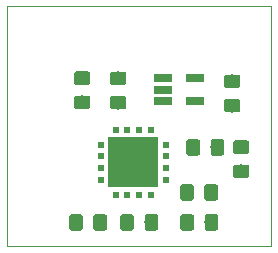
<source format=gbr>
G04 #@! TF.GenerationSoftware,KiCad,Pcbnew,5.0.0-fee4fd1~66~ubuntu16.04.1*
G04 #@! TF.CreationDate,2018-10-28T21:05:27-03:00*
G04 #@! TF.ProjectId,MMA7361,4D4D41373336312E6B696361645F7063,rev?*
G04 #@! TF.SameCoordinates,Original*
G04 #@! TF.FileFunction,Paste,Top*
G04 #@! TF.FilePolarity,Positive*
%FSLAX46Y46*%
G04 Gerber Fmt 4.6, Leading zero omitted, Abs format (unit mm)*
G04 Created by KiCad (PCBNEW 5.0.0-fee4fd1~66~ubuntu16.04.1) date Sun Oct 28 21:05:27 2018*
%MOMM*%
%LPD*%
G01*
G04 APERTURE LIST*
%ADD10C,0.100000*%
%ADD11R,4.250000X4.250000*%
%ADD12R,0.500000X0.550000*%
%ADD13R,0.550000X0.500000*%
%ADD14C,1.150000*%
%ADD15R,1.560000X0.650000*%
G04 APERTURE END LIST*
D10*
X142494000Y-98806000D02*
X142494000Y-78486000D01*
X164846000Y-98806000D02*
X142494000Y-98806000D01*
X164846000Y-78486000D02*
X164846000Y-98806000D01*
X142494000Y-78486000D02*
X164846000Y-78486000D01*
D11*
G04 #@! TO.C,U2*
X153162000Y-91694000D03*
D12*
X151662000Y-94444000D03*
X152662000Y-94444000D03*
X153662000Y-94444000D03*
X154662000Y-94444000D03*
D13*
X155912000Y-93194000D03*
X155912000Y-92194000D03*
X155912000Y-91194000D03*
X155912000Y-90194000D03*
D12*
X154662000Y-88944000D03*
X153662000Y-88944000D03*
X152662000Y-88944000D03*
X151662000Y-88944000D03*
D13*
X150412000Y-90194000D03*
X150412000Y-91194000D03*
X150412000Y-92194000D03*
X150412000Y-93194000D03*
G04 #@! TD*
D10*
G04 #@! TO.C,C7*
G36*
X158065505Y-93535204D02*
X158089773Y-93538804D01*
X158113572Y-93544765D01*
X158136671Y-93553030D01*
X158158850Y-93563520D01*
X158179893Y-93576132D01*
X158199599Y-93590747D01*
X158217777Y-93607223D01*
X158234253Y-93625401D01*
X158248868Y-93645107D01*
X158261480Y-93666150D01*
X158271970Y-93688329D01*
X158280235Y-93711428D01*
X158286196Y-93735227D01*
X158289796Y-93759495D01*
X158291000Y-93783999D01*
X158291000Y-94684001D01*
X158289796Y-94708505D01*
X158286196Y-94732773D01*
X158280235Y-94756572D01*
X158271970Y-94779671D01*
X158261480Y-94801850D01*
X158248868Y-94822893D01*
X158234253Y-94842599D01*
X158217777Y-94860777D01*
X158199599Y-94877253D01*
X158179893Y-94891868D01*
X158158850Y-94904480D01*
X158136671Y-94914970D01*
X158113572Y-94923235D01*
X158089773Y-94929196D01*
X158065505Y-94932796D01*
X158041001Y-94934000D01*
X157390999Y-94934000D01*
X157366495Y-94932796D01*
X157342227Y-94929196D01*
X157318428Y-94923235D01*
X157295329Y-94914970D01*
X157273150Y-94904480D01*
X157252107Y-94891868D01*
X157232401Y-94877253D01*
X157214223Y-94860777D01*
X157197747Y-94842599D01*
X157183132Y-94822893D01*
X157170520Y-94801850D01*
X157160030Y-94779671D01*
X157151765Y-94756572D01*
X157145804Y-94732773D01*
X157142204Y-94708505D01*
X157141000Y-94684001D01*
X157141000Y-93783999D01*
X157142204Y-93759495D01*
X157145804Y-93735227D01*
X157151765Y-93711428D01*
X157160030Y-93688329D01*
X157170520Y-93666150D01*
X157183132Y-93645107D01*
X157197747Y-93625401D01*
X157214223Y-93607223D01*
X157232401Y-93590747D01*
X157252107Y-93576132D01*
X157273150Y-93563520D01*
X157295329Y-93553030D01*
X157318428Y-93544765D01*
X157342227Y-93538804D01*
X157366495Y-93535204D01*
X157390999Y-93534000D01*
X158041001Y-93534000D01*
X158065505Y-93535204D01*
X158065505Y-93535204D01*
G37*
D14*
X157716000Y-94234000D03*
D10*
G36*
X160115505Y-93535204D02*
X160139773Y-93538804D01*
X160163572Y-93544765D01*
X160186671Y-93553030D01*
X160208850Y-93563520D01*
X160229893Y-93576132D01*
X160249599Y-93590747D01*
X160267777Y-93607223D01*
X160284253Y-93625401D01*
X160298868Y-93645107D01*
X160311480Y-93666150D01*
X160321970Y-93688329D01*
X160330235Y-93711428D01*
X160336196Y-93735227D01*
X160339796Y-93759495D01*
X160341000Y-93783999D01*
X160341000Y-94684001D01*
X160339796Y-94708505D01*
X160336196Y-94732773D01*
X160330235Y-94756572D01*
X160321970Y-94779671D01*
X160311480Y-94801850D01*
X160298868Y-94822893D01*
X160284253Y-94842599D01*
X160267777Y-94860777D01*
X160249599Y-94877253D01*
X160229893Y-94891868D01*
X160208850Y-94904480D01*
X160186671Y-94914970D01*
X160163572Y-94923235D01*
X160139773Y-94929196D01*
X160115505Y-94932796D01*
X160091001Y-94934000D01*
X159440999Y-94934000D01*
X159416495Y-94932796D01*
X159392227Y-94929196D01*
X159368428Y-94923235D01*
X159345329Y-94914970D01*
X159323150Y-94904480D01*
X159302107Y-94891868D01*
X159282401Y-94877253D01*
X159264223Y-94860777D01*
X159247747Y-94842599D01*
X159233132Y-94822893D01*
X159220520Y-94801850D01*
X159210030Y-94779671D01*
X159201765Y-94756572D01*
X159195804Y-94732773D01*
X159192204Y-94708505D01*
X159191000Y-94684001D01*
X159191000Y-93783999D01*
X159192204Y-93759495D01*
X159195804Y-93735227D01*
X159201765Y-93711428D01*
X159210030Y-93688329D01*
X159220520Y-93666150D01*
X159233132Y-93645107D01*
X159247747Y-93625401D01*
X159264223Y-93607223D01*
X159282401Y-93590747D01*
X159302107Y-93576132D01*
X159323150Y-93563520D01*
X159345329Y-93553030D01*
X159368428Y-93544765D01*
X159392227Y-93538804D01*
X159416495Y-93535204D01*
X159440999Y-93534000D01*
X160091001Y-93534000D01*
X160115505Y-93535204D01*
X160115505Y-93535204D01*
G37*
D14*
X159766000Y-94234000D03*
G04 #@! TD*
D10*
G04 #@! TO.C,C6*
G36*
X160641505Y-89725204D02*
X160665773Y-89728804D01*
X160689572Y-89734765D01*
X160712671Y-89743030D01*
X160734850Y-89753520D01*
X160755893Y-89766132D01*
X160775599Y-89780747D01*
X160793777Y-89797223D01*
X160810253Y-89815401D01*
X160824868Y-89835107D01*
X160837480Y-89856150D01*
X160847970Y-89878329D01*
X160856235Y-89901428D01*
X160862196Y-89925227D01*
X160865796Y-89949495D01*
X160867000Y-89973999D01*
X160867000Y-90874001D01*
X160865796Y-90898505D01*
X160862196Y-90922773D01*
X160856235Y-90946572D01*
X160847970Y-90969671D01*
X160837480Y-90991850D01*
X160824868Y-91012893D01*
X160810253Y-91032599D01*
X160793777Y-91050777D01*
X160775599Y-91067253D01*
X160755893Y-91081868D01*
X160734850Y-91094480D01*
X160712671Y-91104970D01*
X160689572Y-91113235D01*
X160665773Y-91119196D01*
X160641505Y-91122796D01*
X160617001Y-91124000D01*
X159966999Y-91124000D01*
X159942495Y-91122796D01*
X159918227Y-91119196D01*
X159894428Y-91113235D01*
X159871329Y-91104970D01*
X159849150Y-91094480D01*
X159828107Y-91081868D01*
X159808401Y-91067253D01*
X159790223Y-91050777D01*
X159773747Y-91032599D01*
X159759132Y-91012893D01*
X159746520Y-90991850D01*
X159736030Y-90969671D01*
X159727765Y-90946572D01*
X159721804Y-90922773D01*
X159718204Y-90898505D01*
X159717000Y-90874001D01*
X159717000Y-89973999D01*
X159718204Y-89949495D01*
X159721804Y-89925227D01*
X159727765Y-89901428D01*
X159736030Y-89878329D01*
X159746520Y-89856150D01*
X159759132Y-89835107D01*
X159773747Y-89815401D01*
X159790223Y-89797223D01*
X159808401Y-89780747D01*
X159828107Y-89766132D01*
X159849150Y-89753520D01*
X159871329Y-89743030D01*
X159894428Y-89734765D01*
X159918227Y-89728804D01*
X159942495Y-89725204D01*
X159966999Y-89724000D01*
X160617001Y-89724000D01*
X160641505Y-89725204D01*
X160641505Y-89725204D01*
G37*
D14*
X160292000Y-90424000D03*
D10*
G36*
X158591505Y-89725204D02*
X158615773Y-89728804D01*
X158639572Y-89734765D01*
X158662671Y-89743030D01*
X158684850Y-89753520D01*
X158705893Y-89766132D01*
X158725599Y-89780747D01*
X158743777Y-89797223D01*
X158760253Y-89815401D01*
X158774868Y-89835107D01*
X158787480Y-89856150D01*
X158797970Y-89878329D01*
X158806235Y-89901428D01*
X158812196Y-89925227D01*
X158815796Y-89949495D01*
X158817000Y-89973999D01*
X158817000Y-90874001D01*
X158815796Y-90898505D01*
X158812196Y-90922773D01*
X158806235Y-90946572D01*
X158797970Y-90969671D01*
X158787480Y-90991850D01*
X158774868Y-91012893D01*
X158760253Y-91032599D01*
X158743777Y-91050777D01*
X158725599Y-91067253D01*
X158705893Y-91081868D01*
X158684850Y-91094480D01*
X158662671Y-91104970D01*
X158639572Y-91113235D01*
X158615773Y-91119196D01*
X158591505Y-91122796D01*
X158567001Y-91124000D01*
X157916999Y-91124000D01*
X157892495Y-91122796D01*
X157868227Y-91119196D01*
X157844428Y-91113235D01*
X157821329Y-91104970D01*
X157799150Y-91094480D01*
X157778107Y-91081868D01*
X157758401Y-91067253D01*
X157740223Y-91050777D01*
X157723747Y-91032599D01*
X157709132Y-91012893D01*
X157696520Y-90991850D01*
X157686030Y-90969671D01*
X157677765Y-90946572D01*
X157671804Y-90922773D01*
X157668204Y-90898505D01*
X157667000Y-90874001D01*
X157667000Y-89973999D01*
X157668204Y-89949495D01*
X157671804Y-89925227D01*
X157677765Y-89901428D01*
X157686030Y-89878329D01*
X157696520Y-89856150D01*
X157709132Y-89835107D01*
X157723747Y-89815401D01*
X157740223Y-89797223D01*
X157758401Y-89780747D01*
X157778107Y-89766132D01*
X157799150Y-89753520D01*
X157821329Y-89743030D01*
X157844428Y-89734765D01*
X157868227Y-89728804D01*
X157892495Y-89725204D01*
X157916999Y-89724000D01*
X158567001Y-89724000D01*
X158591505Y-89725204D01*
X158591505Y-89725204D01*
G37*
D14*
X158242000Y-90424000D03*
G04 #@! TD*
D10*
G04 #@! TO.C,C5*
G36*
X155044505Y-96075204D02*
X155068773Y-96078804D01*
X155092572Y-96084765D01*
X155115671Y-96093030D01*
X155137850Y-96103520D01*
X155158893Y-96116132D01*
X155178599Y-96130747D01*
X155196777Y-96147223D01*
X155213253Y-96165401D01*
X155227868Y-96185107D01*
X155240480Y-96206150D01*
X155250970Y-96228329D01*
X155259235Y-96251428D01*
X155265196Y-96275227D01*
X155268796Y-96299495D01*
X155270000Y-96323999D01*
X155270000Y-97224001D01*
X155268796Y-97248505D01*
X155265196Y-97272773D01*
X155259235Y-97296572D01*
X155250970Y-97319671D01*
X155240480Y-97341850D01*
X155227868Y-97362893D01*
X155213253Y-97382599D01*
X155196777Y-97400777D01*
X155178599Y-97417253D01*
X155158893Y-97431868D01*
X155137850Y-97444480D01*
X155115671Y-97454970D01*
X155092572Y-97463235D01*
X155068773Y-97469196D01*
X155044505Y-97472796D01*
X155020001Y-97474000D01*
X154369999Y-97474000D01*
X154345495Y-97472796D01*
X154321227Y-97469196D01*
X154297428Y-97463235D01*
X154274329Y-97454970D01*
X154252150Y-97444480D01*
X154231107Y-97431868D01*
X154211401Y-97417253D01*
X154193223Y-97400777D01*
X154176747Y-97382599D01*
X154162132Y-97362893D01*
X154149520Y-97341850D01*
X154139030Y-97319671D01*
X154130765Y-97296572D01*
X154124804Y-97272773D01*
X154121204Y-97248505D01*
X154120000Y-97224001D01*
X154120000Y-96323999D01*
X154121204Y-96299495D01*
X154124804Y-96275227D01*
X154130765Y-96251428D01*
X154139030Y-96228329D01*
X154149520Y-96206150D01*
X154162132Y-96185107D01*
X154176747Y-96165401D01*
X154193223Y-96147223D01*
X154211401Y-96130747D01*
X154231107Y-96116132D01*
X154252150Y-96103520D01*
X154274329Y-96093030D01*
X154297428Y-96084765D01*
X154321227Y-96078804D01*
X154345495Y-96075204D01*
X154369999Y-96074000D01*
X155020001Y-96074000D01*
X155044505Y-96075204D01*
X155044505Y-96075204D01*
G37*
D14*
X154695000Y-96774000D03*
D10*
G36*
X152994505Y-96075204D02*
X153018773Y-96078804D01*
X153042572Y-96084765D01*
X153065671Y-96093030D01*
X153087850Y-96103520D01*
X153108893Y-96116132D01*
X153128599Y-96130747D01*
X153146777Y-96147223D01*
X153163253Y-96165401D01*
X153177868Y-96185107D01*
X153190480Y-96206150D01*
X153200970Y-96228329D01*
X153209235Y-96251428D01*
X153215196Y-96275227D01*
X153218796Y-96299495D01*
X153220000Y-96323999D01*
X153220000Y-97224001D01*
X153218796Y-97248505D01*
X153215196Y-97272773D01*
X153209235Y-97296572D01*
X153200970Y-97319671D01*
X153190480Y-97341850D01*
X153177868Y-97362893D01*
X153163253Y-97382599D01*
X153146777Y-97400777D01*
X153128599Y-97417253D01*
X153108893Y-97431868D01*
X153087850Y-97444480D01*
X153065671Y-97454970D01*
X153042572Y-97463235D01*
X153018773Y-97469196D01*
X152994505Y-97472796D01*
X152970001Y-97474000D01*
X152319999Y-97474000D01*
X152295495Y-97472796D01*
X152271227Y-97469196D01*
X152247428Y-97463235D01*
X152224329Y-97454970D01*
X152202150Y-97444480D01*
X152181107Y-97431868D01*
X152161401Y-97417253D01*
X152143223Y-97400777D01*
X152126747Y-97382599D01*
X152112132Y-97362893D01*
X152099520Y-97341850D01*
X152089030Y-97319671D01*
X152080765Y-97296572D01*
X152074804Y-97272773D01*
X152071204Y-97248505D01*
X152070000Y-97224001D01*
X152070000Y-96323999D01*
X152071204Y-96299495D01*
X152074804Y-96275227D01*
X152080765Y-96251428D01*
X152089030Y-96228329D01*
X152099520Y-96206150D01*
X152112132Y-96185107D01*
X152126747Y-96165401D01*
X152143223Y-96147223D01*
X152161401Y-96130747D01*
X152181107Y-96116132D01*
X152202150Y-96103520D01*
X152224329Y-96093030D01*
X152247428Y-96084765D01*
X152271227Y-96078804D01*
X152295495Y-96075204D01*
X152319999Y-96074000D01*
X152970001Y-96074000D01*
X152994505Y-96075204D01*
X152994505Y-96075204D01*
G37*
D14*
X152645000Y-96774000D03*
G04 #@! TD*
D10*
G04 #@! TO.C,C4*
G36*
X149318505Y-83990204D02*
X149342773Y-83993804D01*
X149366572Y-83999765D01*
X149389671Y-84008030D01*
X149411850Y-84018520D01*
X149432893Y-84031132D01*
X149452599Y-84045747D01*
X149470777Y-84062223D01*
X149487253Y-84080401D01*
X149501868Y-84100107D01*
X149514480Y-84121150D01*
X149524970Y-84143329D01*
X149533235Y-84166428D01*
X149539196Y-84190227D01*
X149542796Y-84214495D01*
X149544000Y-84238999D01*
X149544000Y-84889001D01*
X149542796Y-84913505D01*
X149539196Y-84937773D01*
X149533235Y-84961572D01*
X149524970Y-84984671D01*
X149514480Y-85006850D01*
X149501868Y-85027893D01*
X149487253Y-85047599D01*
X149470777Y-85065777D01*
X149452599Y-85082253D01*
X149432893Y-85096868D01*
X149411850Y-85109480D01*
X149389671Y-85119970D01*
X149366572Y-85128235D01*
X149342773Y-85134196D01*
X149318505Y-85137796D01*
X149294001Y-85139000D01*
X148393999Y-85139000D01*
X148369495Y-85137796D01*
X148345227Y-85134196D01*
X148321428Y-85128235D01*
X148298329Y-85119970D01*
X148276150Y-85109480D01*
X148255107Y-85096868D01*
X148235401Y-85082253D01*
X148217223Y-85065777D01*
X148200747Y-85047599D01*
X148186132Y-85027893D01*
X148173520Y-85006850D01*
X148163030Y-84984671D01*
X148154765Y-84961572D01*
X148148804Y-84937773D01*
X148145204Y-84913505D01*
X148144000Y-84889001D01*
X148144000Y-84238999D01*
X148145204Y-84214495D01*
X148148804Y-84190227D01*
X148154765Y-84166428D01*
X148163030Y-84143329D01*
X148173520Y-84121150D01*
X148186132Y-84100107D01*
X148200747Y-84080401D01*
X148217223Y-84062223D01*
X148235401Y-84045747D01*
X148255107Y-84031132D01*
X148276150Y-84018520D01*
X148298329Y-84008030D01*
X148321428Y-83999765D01*
X148345227Y-83993804D01*
X148369495Y-83990204D01*
X148393999Y-83989000D01*
X149294001Y-83989000D01*
X149318505Y-83990204D01*
X149318505Y-83990204D01*
G37*
D14*
X148844000Y-84564000D03*
D10*
G36*
X149318505Y-86040204D02*
X149342773Y-86043804D01*
X149366572Y-86049765D01*
X149389671Y-86058030D01*
X149411850Y-86068520D01*
X149432893Y-86081132D01*
X149452599Y-86095747D01*
X149470777Y-86112223D01*
X149487253Y-86130401D01*
X149501868Y-86150107D01*
X149514480Y-86171150D01*
X149524970Y-86193329D01*
X149533235Y-86216428D01*
X149539196Y-86240227D01*
X149542796Y-86264495D01*
X149544000Y-86288999D01*
X149544000Y-86939001D01*
X149542796Y-86963505D01*
X149539196Y-86987773D01*
X149533235Y-87011572D01*
X149524970Y-87034671D01*
X149514480Y-87056850D01*
X149501868Y-87077893D01*
X149487253Y-87097599D01*
X149470777Y-87115777D01*
X149452599Y-87132253D01*
X149432893Y-87146868D01*
X149411850Y-87159480D01*
X149389671Y-87169970D01*
X149366572Y-87178235D01*
X149342773Y-87184196D01*
X149318505Y-87187796D01*
X149294001Y-87189000D01*
X148393999Y-87189000D01*
X148369495Y-87187796D01*
X148345227Y-87184196D01*
X148321428Y-87178235D01*
X148298329Y-87169970D01*
X148276150Y-87159480D01*
X148255107Y-87146868D01*
X148235401Y-87132253D01*
X148217223Y-87115777D01*
X148200747Y-87097599D01*
X148186132Y-87077893D01*
X148173520Y-87056850D01*
X148163030Y-87034671D01*
X148154765Y-87011572D01*
X148148804Y-86987773D01*
X148145204Y-86963505D01*
X148144000Y-86939001D01*
X148144000Y-86288999D01*
X148145204Y-86264495D01*
X148148804Y-86240227D01*
X148154765Y-86216428D01*
X148163030Y-86193329D01*
X148173520Y-86171150D01*
X148186132Y-86150107D01*
X148200747Y-86130401D01*
X148217223Y-86112223D01*
X148235401Y-86095747D01*
X148255107Y-86081132D01*
X148276150Y-86068520D01*
X148298329Y-86058030D01*
X148321428Y-86049765D01*
X148345227Y-86043804D01*
X148369495Y-86040204D01*
X148393999Y-86039000D01*
X149294001Y-86039000D01*
X149318505Y-86040204D01*
X149318505Y-86040204D01*
G37*
D14*
X148844000Y-86614000D03*
G04 #@! TD*
D10*
G04 #@! TO.C,C3*
G36*
X150717505Y-96075204D02*
X150741773Y-96078804D01*
X150765572Y-96084765D01*
X150788671Y-96093030D01*
X150810850Y-96103520D01*
X150831893Y-96116132D01*
X150851599Y-96130747D01*
X150869777Y-96147223D01*
X150886253Y-96165401D01*
X150900868Y-96185107D01*
X150913480Y-96206150D01*
X150923970Y-96228329D01*
X150932235Y-96251428D01*
X150938196Y-96275227D01*
X150941796Y-96299495D01*
X150943000Y-96323999D01*
X150943000Y-97224001D01*
X150941796Y-97248505D01*
X150938196Y-97272773D01*
X150932235Y-97296572D01*
X150923970Y-97319671D01*
X150913480Y-97341850D01*
X150900868Y-97362893D01*
X150886253Y-97382599D01*
X150869777Y-97400777D01*
X150851599Y-97417253D01*
X150831893Y-97431868D01*
X150810850Y-97444480D01*
X150788671Y-97454970D01*
X150765572Y-97463235D01*
X150741773Y-97469196D01*
X150717505Y-97472796D01*
X150693001Y-97474000D01*
X150042999Y-97474000D01*
X150018495Y-97472796D01*
X149994227Y-97469196D01*
X149970428Y-97463235D01*
X149947329Y-97454970D01*
X149925150Y-97444480D01*
X149904107Y-97431868D01*
X149884401Y-97417253D01*
X149866223Y-97400777D01*
X149849747Y-97382599D01*
X149835132Y-97362893D01*
X149822520Y-97341850D01*
X149812030Y-97319671D01*
X149803765Y-97296572D01*
X149797804Y-97272773D01*
X149794204Y-97248505D01*
X149793000Y-97224001D01*
X149793000Y-96323999D01*
X149794204Y-96299495D01*
X149797804Y-96275227D01*
X149803765Y-96251428D01*
X149812030Y-96228329D01*
X149822520Y-96206150D01*
X149835132Y-96185107D01*
X149849747Y-96165401D01*
X149866223Y-96147223D01*
X149884401Y-96130747D01*
X149904107Y-96116132D01*
X149925150Y-96103520D01*
X149947329Y-96093030D01*
X149970428Y-96084765D01*
X149994227Y-96078804D01*
X150018495Y-96075204D01*
X150042999Y-96074000D01*
X150693001Y-96074000D01*
X150717505Y-96075204D01*
X150717505Y-96075204D01*
G37*
D14*
X150368000Y-96774000D03*
D10*
G36*
X148667505Y-96075204D02*
X148691773Y-96078804D01*
X148715572Y-96084765D01*
X148738671Y-96093030D01*
X148760850Y-96103520D01*
X148781893Y-96116132D01*
X148801599Y-96130747D01*
X148819777Y-96147223D01*
X148836253Y-96165401D01*
X148850868Y-96185107D01*
X148863480Y-96206150D01*
X148873970Y-96228329D01*
X148882235Y-96251428D01*
X148888196Y-96275227D01*
X148891796Y-96299495D01*
X148893000Y-96323999D01*
X148893000Y-97224001D01*
X148891796Y-97248505D01*
X148888196Y-97272773D01*
X148882235Y-97296572D01*
X148873970Y-97319671D01*
X148863480Y-97341850D01*
X148850868Y-97362893D01*
X148836253Y-97382599D01*
X148819777Y-97400777D01*
X148801599Y-97417253D01*
X148781893Y-97431868D01*
X148760850Y-97444480D01*
X148738671Y-97454970D01*
X148715572Y-97463235D01*
X148691773Y-97469196D01*
X148667505Y-97472796D01*
X148643001Y-97474000D01*
X147992999Y-97474000D01*
X147968495Y-97472796D01*
X147944227Y-97469196D01*
X147920428Y-97463235D01*
X147897329Y-97454970D01*
X147875150Y-97444480D01*
X147854107Y-97431868D01*
X147834401Y-97417253D01*
X147816223Y-97400777D01*
X147799747Y-97382599D01*
X147785132Y-97362893D01*
X147772520Y-97341850D01*
X147762030Y-97319671D01*
X147753765Y-97296572D01*
X147747804Y-97272773D01*
X147744204Y-97248505D01*
X147743000Y-97224001D01*
X147743000Y-96323999D01*
X147744204Y-96299495D01*
X147747804Y-96275227D01*
X147753765Y-96251428D01*
X147762030Y-96228329D01*
X147772520Y-96206150D01*
X147785132Y-96185107D01*
X147799747Y-96165401D01*
X147816223Y-96147223D01*
X147834401Y-96130747D01*
X147854107Y-96116132D01*
X147875150Y-96103520D01*
X147897329Y-96093030D01*
X147920428Y-96084765D01*
X147944227Y-96078804D01*
X147968495Y-96075204D01*
X147992999Y-96074000D01*
X148643001Y-96074000D01*
X148667505Y-96075204D01*
X148667505Y-96075204D01*
G37*
D14*
X148318000Y-96774000D03*
G04 #@! TD*
D10*
G04 #@! TO.C,C2*
G36*
X152366505Y-84008204D02*
X152390773Y-84011804D01*
X152414572Y-84017765D01*
X152437671Y-84026030D01*
X152459850Y-84036520D01*
X152480893Y-84049132D01*
X152500599Y-84063747D01*
X152518777Y-84080223D01*
X152535253Y-84098401D01*
X152549868Y-84118107D01*
X152562480Y-84139150D01*
X152572970Y-84161329D01*
X152581235Y-84184428D01*
X152587196Y-84208227D01*
X152590796Y-84232495D01*
X152592000Y-84256999D01*
X152592000Y-84907001D01*
X152590796Y-84931505D01*
X152587196Y-84955773D01*
X152581235Y-84979572D01*
X152572970Y-85002671D01*
X152562480Y-85024850D01*
X152549868Y-85045893D01*
X152535253Y-85065599D01*
X152518777Y-85083777D01*
X152500599Y-85100253D01*
X152480893Y-85114868D01*
X152459850Y-85127480D01*
X152437671Y-85137970D01*
X152414572Y-85146235D01*
X152390773Y-85152196D01*
X152366505Y-85155796D01*
X152342001Y-85157000D01*
X151441999Y-85157000D01*
X151417495Y-85155796D01*
X151393227Y-85152196D01*
X151369428Y-85146235D01*
X151346329Y-85137970D01*
X151324150Y-85127480D01*
X151303107Y-85114868D01*
X151283401Y-85100253D01*
X151265223Y-85083777D01*
X151248747Y-85065599D01*
X151234132Y-85045893D01*
X151221520Y-85024850D01*
X151211030Y-85002671D01*
X151202765Y-84979572D01*
X151196804Y-84955773D01*
X151193204Y-84931505D01*
X151192000Y-84907001D01*
X151192000Y-84256999D01*
X151193204Y-84232495D01*
X151196804Y-84208227D01*
X151202765Y-84184428D01*
X151211030Y-84161329D01*
X151221520Y-84139150D01*
X151234132Y-84118107D01*
X151248747Y-84098401D01*
X151265223Y-84080223D01*
X151283401Y-84063747D01*
X151303107Y-84049132D01*
X151324150Y-84036520D01*
X151346329Y-84026030D01*
X151369428Y-84017765D01*
X151393227Y-84011804D01*
X151417495Y-84008204D01*
X151441999Y-84007000D01*
X152342001Y-84007000D01*
X152366505Y-84008204D01*
X152366505Y-84008204D01*
G37*
D14*
X151892000Y-84582000D03*
D10*
G36*
X152366505Y-86058204D02*
X152390773Y-86061804D01*
X152414572Y-86067765D01*
X152437671Y-86076030D01*
X152459850Y-86086520D01*
X152480893Y-86099132D01*
X152500599Y-86113747D01*
X152518777Y-86130223D01*
X152535253Y-86148401D01*
X152549868Y-86168107D01*
X152562480Y-86189150D01*
X152572970Y-86211329D01*
X152581235Y-86234428D01*
X152587196Y-86258227D01*
X152590796Y-86282495D01*
X152592000Y-86306999D01*
X152592000Y-86957001D01*
X152590796Y-86981505D01*
X152587196Y-87005773D01*
X152581235Y-87029572D01*
X152572970Y-87052671D01*
X152562480Y-87074850D01*
X152549868Y-87095893D01*
X152535253Y-87115599D01*
X152518777Y-87133777D01*
X152500599Y-87150253D01*
X152480893Y-87164868D01*
X152459850Y-87177480D01*
X152437671Y-87187970D01*
X152414572Y-87196235D01*
X152390773Y-87202196D01*
X152366505Y-87205796D01*
X152342001Y-87207000D01*
X151441999Y-87207000D01*
X151417495Y-87205796D01*
X151393227Y-87202196D01*
X151369428Y-87196235D01*
X151346329Y-87187970D01*
X151324150Y-87177480D01*
X151303107Y-87164868D01*
X151283401Y-87150253D01*
X151265223Y-87133777D01*
X151248747Y-87115599D01*
X151234132Y-87095893D01*
X151221520Y-87074850D01*
X151211030Y-87052671D01*
X151202765Y-87029572D01*
X151196804Y-87005773D01*
X151193204Y-86981505D01*
X151192000Y-86957001D01*
X151192000Y-86306999D01*
X151193204Y-86282495D01*
X151196804Y-86258227D01*
X151202765Y-86234428D01*
X151211030Y-86211329D01*
X151221520Y-86189150D01*
X151234132Y-86168107D01*
X151248747Y-86148401D01*
X151265223Y-86130223D01*
X151283401Y-86113747D01*
X151303107Y-86099132D01*
X151324150Y-86086520D01*
X151346329Y-86076030D01*
X151369428Y-86067765D01*
X151393227Y-86061804D01*
X151417495Y-86058204D01*
X151441999Y-86057000D01*
X152342001Y-86057000D01*
X152366505Y-86058204D01*
X152366505Y-86058204D01*
G37*
D14*
X151892000Y-86632000D03*
G04 #@! TD*
D10*
G04 #@! TO.C,C1*
G36*
X160133505Y-96075204D02*
X160157773Y-96078804D01*
X160181572Y-96084765D01*
X160204671Y-96093030D01*
X160226850Y-96103520D01*
X160247893Y-96116132D01*
X160267599Y-96130747D01*
X160285777Y-96147223D01*
X160302253Y-96165401D01*
X160316868Y-96185107D01*
X160329480Y-96206150D01*
X160339970Y-96228329D01*
X160348235Y-96251428D01*
X160354196Y-96275227D01*
X160357796Y-96299495D01*
X160359000Y-96323999D01*
X160359000Y-97224001D01*
X160357796Y-97248505D01*
X160354196Y-97272773D01*
X160348235Y-97296572D01*
X160339970Y-97319671D01*
X160329480Y-97341850D01*
X160316868Y-97362893D01*
X160302253Y-97382599D01*
X160285777Y-97400777D01*
X160267599Y-97417253D01*
X160247893Y-97431868D01*
X160226850Y-97444480D01*
X160204671Y-97454970D01*
X160181572Y-97463235D01*
X160157773Y-97469196D01*
X160133505Y-97472796D01*
X160109001Y-97474000D01*
X159458999Y-97474000D01*
X159434495Y-97472796D01*
X159410227Y-97469196D01*
X159386428Y-97463235D01*
X159363329Y-97454970D01*
X159341150Y-97444480D01*
X159320107Y-97431868D01*
X159300401Y-97417253D01*
X159282223Y-97400777D01*
X159265747Y-97382599D01*
X159251132Y-97362893D01*
X159238520Y-97341850D01*
X159228030Y-97319671D01*
X159219765Y-97296572D01*
X159213804Y-97272773D01*
X159210204Y-97248505D01*
X159209000Y-97224001D01*
X159209000Y-96323999D01*
X159210204Y-96299495D01*
X159213804Y-96275227D01*
X159219765Y-96251428D01*
X159228030Y-96228329D01*
X159238520Y-96206150D01*
X159251132Y-96185107D01*
X159265747Y-96165401D01*
X159282223Y-96147223D01*
X159300401Y-96130747D01*
X159320107Y-96116132D01*
X159341150Y-96103520D01*
X159363329Y-96093030D01*
X159386428Y-96084765D01*
X159410227Y-96078804D01*
X159434495Y-96075204D01*
X159458999Y-96074000D01*
X160109001Y-96074000D01*
X160133505Y-96075204D01*
X160133505Y-96075204D01*
G37*
D14*
X159784000Y-96774000D03*
D10*
G36*
X158083505Y-96075204D02*
X158107773Y-96078804D01*
X158131572Y-96084765D01*
X158154671Y-96093030D01*
X158176850Y-96103520D01*
X158197893Y-96116132D01*
X158217599Y-96130747D01*
X158235777Y-96147223D01*
X158252253Y-96165401D01*
X158266868Y-96185107D01*
X158279480Y-96206150D01*
X158289970Y-96228329D01*
X158298235Y-96251428D01*
X158304196Y-96275227D01*
X158307796Y-96299495D01*
X158309000Y-96323999D01*
X158309000Y-97224001D01*
X158307796Y-97248505D01*
X158304196Y-97272773D01*
X158298235Y-97296572D01*
X158289970Y-97319671D01*
X158279480Y-97341850D01*
X158266868Y-97362893D01*
X158252253Y-97382599D01*
X158235777Y-97400777D01*
X158217599Y-97417253D01*
X158197893Y-97431868D01*
X158176850Y-97444480D01*
X158154671Y-97454970D01*
X158131572Y-97463235D01*
X158107773Y-97469196D01*
X158083505Y-97472796D01*
X158059001Y-97474000D01*
X157408999Y-97474000D01*
X157384495Y-97472796D01*
X157360227Y-97469196D01*
X157336428Y-97463235D01*
X157313329Y-97454970D01*
X157291150Y-97444480D01*
X157270107Y-97431868D01*
X157250401Y-97417253D01*
X157232223Y-97400777D01*
X157215747Y-97382599D01*
X157201132Y-97362893D01*
X157188520Y-97341850D01*
X157178030Y-97319671D01*
X157169765Y-97296572D01*
X157163804Y-97272773D01*
X157160204Y-97248505D01*
X157159000Y-97224001D01*
X157159000Y-96323999D01*
X157160204Y-96299495D01*
X157163804Y-96275227D01*
X157169765Y-96251428D01*
X157178030Y-96228329D01*
X157188520Y-96206150D01*
X157201132Y-96185107D01*
X157215747Y-96165401D01*
X157232223Y-96147223D01*
X157250401Y-96130747D01*
X157270107Y-96116132D01*
X157291150Y-96103520D01*
X157313329Y-96093030D01*
X157336428Y-96084765D01*
X157360227Y-96078804D01*
X157384495Y-96075204D01*
X157408999Y-96074000D01*
X158059001Y-96074000D01*
X158083505Y-96075204D01*
X158083505Y-96075204D01*
G37*
D14*
X157734000Y-96774000D03*
G04 #@! TD*
D10*
G04 #@! TO.C,D1*
G36*
X162780505Y-91882204D02*
X162804773Y-91885804D01*
X162828572Y-91891765D01*
X162851671Y-91900030D01*
X162873850Y-91910520D01*
X162894893Y-91923132D01*
X162914599Y-91937747D01*
X162932777Y-91954223D01*
X162949253Y-91972401D01*
X162963868Y-91992107D01*
X162976480Y-92013150D01*
X162986970Y-92035329D01*
X162995235Y-92058428D01*
X163001196Y-92082227D01*
X163004796Y-92106495D01*
X163006000Y-92130999D01*
X163006000Y-92781001D01*
X163004796Y-92805505D01*
X163001196Y-92829773D01*
X162995235Y-92853572D01*
X162986970Y-92876671D01*
X162976480Y-92898850D01*
X162963868Y-92919893D01*
X162949253Y-92939599D01*
X162932777Y-92957777D01*
X162914599Y-92974253D01*
X162894893Y-92988868D01*
X162873850Y-93001480D01*
X162851671Y-93011970D01*
X162828572Y-93020235D01*
X162804773Y-93026196D01*
X162780505Y-93029796D01*
X162756001Y-93031000D01*
X161855999Y-93031000D01*
X161831495Y-93029796D01*
X161807227Y-93026196D01*
X161783428Y-93020235D01*
X161760329Y-93011970D01*
X161738150Y-93001480D01*
X161717107Y-92988868D01*
X161697401Y-92974253D01*
X161679223Y-92957777D01*
X161662747Y-92939599D01*
X161648132Y-92919893D01*
X161635520Y-92898850D01*
X161625030Y-92876671D01*
X161616765Y-92853572D01*
X161610804Y-92829773D01*
X161607204Y-92805505D01*
X161606000Y-92781001D01*
X161606000Y-92130999D01*
X161607204Y-92106495D01*
X161610804Y-92082227D01*
X161616765Y-92058428D01*
X161625030Y-92035329D01*
X161635520Y-92013150D01*
X161648132Y-91992107D01*
X161662747Y-91972401D01*
X161679223Y-91954223D01*
X161697401Y-91937747D01*
X161717107Y-91923132D01*
X161738150Y-91910520D01*
X161760329Y-91900030D01*
X161783428Y-91891765D01*
X161807227Y-91885804D01*
X161831495Y-91882204D01*
X161855999Y-91881000D01*
X162756001Y-91881000D01*
X162780505Y-91882204D01*
X162780505Y-91882204D01*
G37*
D14*
X162306000Y-92456000D03*
D10*
G36*
X162780505Y-89832204D02*
X162804773Y-89835804D01*
X162828572Y-89841765D01*
X162851671Y-89850030D01*
X162873850Y-89860520D01*
X162894893Y-89873132D01*
X162914599Y-89887747D01*
X162932777Y-89904223D01*
X162949253Y-89922401D01*
X162963868Y-89942107D01*
X162976480Y-89963150D01*
X162986970Y-89985329D01*
X162995235Y-90008428D01*
X163001196Y-90032227D01*
X163004796Y-90056495D01*
X163006000Y-90080999D01*
X163006000Y-90731001D01*
X163004796Y-90755505D01*
X163001196Y-90779773D01*
X162995235Y-90803572D01*
X162986970Y-90826671D01*
X162976480Y-90848850D01*
X162963868Y-90869893D01*
X162949253Y-90889599D01*
X162932777Y-90907777D01*
X162914599Y-90924253D01*
X162894893Y-90938868D01*
X162873850Y-90951480D01*
X162851671Y-90961970D01*
X162828572Y-90970235D01*
X162804773Y-90976196D01*
X162780505Y-90979796D01*
X162756001Y-90981000D01*
X161855999Y-90981000D01*
X161831495Y-90979796D01*
X161807227Y-90976196D01*
X161783428Y-90970235D01*
X161760329Y-90961970D01*
X161738150Y-90951480D01*
X161717107Y-90938868D01*
X161697401Y-90924253D01*
X161679223Y-90907777D01*
X161662747Y-90889599D01*
X161648132Y-90869893D01*
X161635520Y-90848850D01*
X161625030Y-90826671D01*
X161616765Y-90803572D01*
X161610804Y-90779773D01*
X161607204Y-90755505D01*
X161606000Y-90731001D01*
X161606000Y-90080999D01*
X161607204Y-90056495D01*
X161610804Y-90032227D01*
X161616765Y-90008428D01*
X161625030Y-89985329D01*
X161635520Y-89963150D01*
X161648132Y-89942107D01*
X161662747Y-89922401D01*
X161679223Y-89904223D01*
X161697401Y-89887747D01*
X161717107Y-89873132D01*
X161738150Y-89860520D01*
X161760329Y-89850030D01*
X161783428Y-89841765D01*
X161807227Y-89835804D01*
X161831495Y-89832204D01*
X161855999Y-89831000D01*
X162756001Y-89831000D01*
X162780505Y-89832204D01*
X162780505Y-89832204D01*
G37*
D14*
X162306000Y-90406000D03*
G04 #@! TD*
D15*
G04 #@! TO.C,U1*
X155702000Y-84582000D03*
X155702000Y-85532000D03*
X155702000Y-86482000D03*
X158402000Y-86482000D03*
X158402000Y-84582000D03*
G04 #@! TD*
D10*
G04 #@! TO.C,R1*
G36*
X162018505Y-86312204D02*
X162042773Y-86315804D01*
X162066572Y-86321765D01*
X162089671Y-86330030D01*
X162111850Y-86340520D01*
X162132893Y-86353132D01*
X162152599Y-86367747D01*
X162170777Y-86384223D01*
X162187253Y-86402401D01*
X162201868Y-86422107D01*
X162214480Y-86443150D01*
X162224970Y-86465329D01*
X162233235Y-86488428D01*
X162239196Y-86512227D01*
X162242796Y-86536495D01*
X162244000Y-86560999D01*
X162244000Y-87211001D01*
X162242796Y-87235505D01*
X162239196Y-87259773D01*
X162233235Y-87283572D01*
X162224970Y-87306671D01*
X162214480Y-87328850D01*
X162201868Y-87349893D01*
X162187253Y-87369599D01*
X162170777Y-87387777D01*
X162152599Y-87404253D01*
X162132893Y-87418868D01*
X162111850Y-87431480D01*
X162089671Y-87441970D01*
X162066572Y-87450235D01*
X162042773Y-87456196D01*
X162018505Y-87459796D01*
X161994001Y-87461000D01*
X161093999Y-87461000D01*
X161069495Y-87459796D01*
X161045227Y-87456196D01*
X161021428Y-87450235D01*
X160998329Y-87441970D01*
X160976150Y-87431480D01*
X160955107Y-87418868D01*
X160935401Y-87404253D01*
X160917223Y-87387777D01*
X160900747Y-87369599D01*
X160886132Y-87349893D01*
X160873520Y-87328850D01*
X160863030Y-87306671D01*
X160854765Y-87283572D01*
X160848804Y-87259773D01*
X160845204Y-87235505D01*
X160844000Y-87211001D01*
X160844000Y-86560999D01*
X160845204Y-86536495D01*
X160848804Y-86512227D01*
X160854765Y-86488428D01*
X160863030Y-86465329D01*
X160873520Y-86443150D01*
X160886132Y-86422107D01*
X160900747Y-86402401D01*
X160917223Y-86384223D01*
X160935401Y-86367747D01*
X160955107Y-86353132D01*
X160976150Y-86340520D01*
X160998329Y-86330030D01*
X161021428Y-86321765D01*
X161045227Y-86315804D01*
X161069495Y-86312204D01*
X161093999Y-86311000D01*
X161994001Y-86311000D01*
X162018505Y-86312204D01*
X162018505Y-86312204D01*
G37*
D14*
X161544000Y-86886000D03*
D10*
G36*
X162018505Y-84262204D02*
X162042773Y-84265804D01*
X162066572Y-84271765D01*
X162089671Y-84280030D01*
X162111850Y-84290520D01*
X162132893Y-84303132D01*
X162152599Y-84317747D01*
X162170777Y-84334223D01*
X162187253Y-84352401D01*
X162201868Y-84372107D01*
X162214480Y-84393150D01*
X162224970Y-84415329D01*
X162233235Y-84438428D01*
X162239196Y-84462227D01*
X162242796Y-84486495D01*
X162244000Y-84510999D01*
X162244000Y-85161001D01*
X162242796Y-85185505D01*
X162239196Y-85209773D01*
X162233235Y-85233572D01*
X162224970Y-85256671D01*
X162214480Y-85278850D01*
X162201868Y-85299893D01*
X162187253Y-85319599D01*
X162170777Y-85337777D01*
X162152599Y-85354253D01*
X162132893Y-85368868D01*
X162111850Y-85381480D01*
X162089671Y-85391970D01*
X162066572Y-85400235D01*
X162042773Y-85406196D01*
X162018505Y-85409796D01*
X161994001Y-85411000D01*
X161093999Y-85411000D01*
X161069495Y-85409796D01*
X161045227Y-85406196D01*
X161021428Y-85400235D01*
X160998329Y-85391970D01*
X160976150Y-85381480D01*
X160955107Y-85368868D01*
X160935401Y-85354253D01*
X160917223Y-85337777D01*
X160900747Y-85319599D01*
X160886132Y-85299893D01*
X160873520Y-85278850D01*
X160863030Y-85256671D01*
X160854765Y-85233572D01*
X160848804Y-85209773D01*
X160845204Y-85185505D01*
X160844000Y-85161001D01*
X160844000Y-84510999D01*
X160845204Y-84486495D01*
X160848804Y-84462227D01*
X160854765Y-84438428D01*
X160863030Y-84415329D01*
X160873520Y-84393150D01*
X160886132Y-84372107D01*
X160900747Y-84352401D01*
X160917223Y-84334223D01*
X160935401Y-84317747D01*
X160955107Y-84303132D01*
X160976150Y-84290520D01*
X160998329Y-84280030D01*
X161021428Y-84271765D01*
X161045227Y-84265804D01*
X161069495Y-84262204D01*
X161093999Y-84261000D01*
X161994001Y-84261000D01*
X162018505Y-84262204D01*
X162018505Y-84262204D01*
G37*
D14*
X161544000Y-84836000D03*
G04 #@! TD*
M02*

</source>
